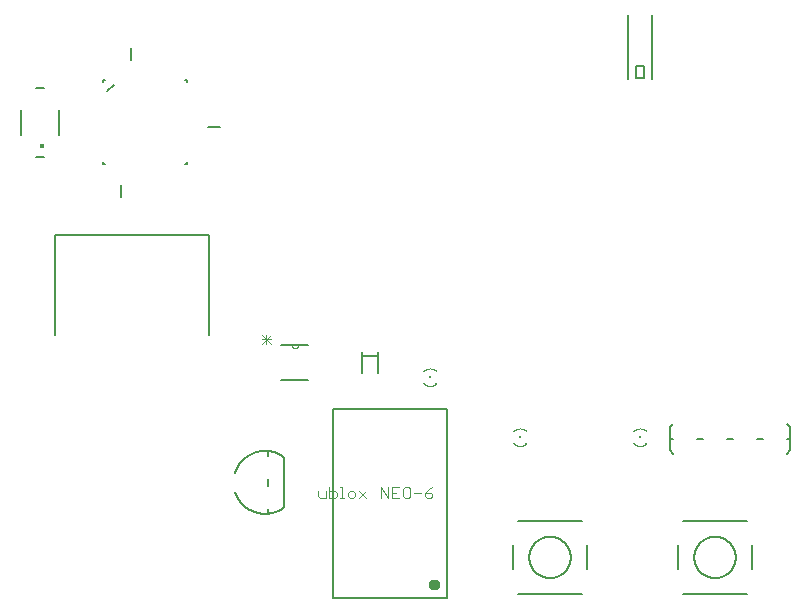
<source format=gto>
G75*
%MOIN*%
%OFA0B0*%
%FSLAX25Y25*%
%IPPOS*%
%LPD*%
%AMOC8*
5,1,8,0,0,1.08239X$1,22.5*
%
%ADD10C,0.00800*%
%ADD11C,0.00600*%
%ADD12C,0.00000*%
%ADD13C,0.00300*%
%ADD14C,0.00500*%
%ADD15C,0.00400*%
%ADD16R,0.00787X0.00787*%
%ADD17R,0.00591X0.00984*%
%ADD18C,0.01433*%
%ADD19C,0.01575*%
D10*
X0140337Y0092803D02*
X0140337Y0098315D01*
X0145455Y0098315D01*
X0145455Y0092803D01*
X0145455Y0098315D02*
X0145455Y0099890D01*
X0140337Y0099890D02*
X0140337Y0098315D01*
X0192069Y0043551D02*
X0213723Y0043551D01*
X0215101Y0035283D02*
X0215101Y0027409D01*
X0213723Y0019142D02*
X0192069Y0019142D01*
X0190691Y0027409D02*
X0190691Y0035283D01*
X0196006Y0031346D02*
X0196008Y0031515D01*
X0196014Y0031684D01*
X0196025Y0031853D01*
X0196039Y0032021D01*
X0196058Y0032189D01*
X0196081Y0032357D01*
X0196107Y0032524D01*
X0196138Y0032690D01*
X0196173Y0032856D01*
X0196212Y0033020D01*
X0196256Y0033184D01*
X0196303Y0033346D01*
X0196354Y0033507D01*
X0196409Y0033667D01*
X0196468Y0033826D01*
X0196530Y0033983D01*
X0196597Y0034138D01*
X0196668Y0034292D01*
X0196742Y0034444D01*
X0196820Y0034594D01*
X0196901Y0034742D01*
X0196986Y0034888D01*
X0197075Y0035032D01*
X0197167Y0035174D01*
X0197263Y0035313D01*
X0197362Y0035450D01*
X0197464Y0035585D01*
X0197570Y0035717D01*
X0197679Y0035846D01*
X0197791Y0035973D01*
X0197906Y0036097D01*
X0198024Y0036218D01*
X0198145Y0036336D01*
X0198269Y0036451D01*
X0198396Y0036563D01*
X0198525Y0036672D01*
X0198657Y0036778D01*
X0198792Y0036880D01*
X0198929Y0036979D01*
X0199068Y0037075D01*
X0199210Y0037167D01*
X0199354Y0037256D01*
X0199500Y0037341D01*
X0199648Y0037422D01*
X0199798Y0037500D01*
X0199950Y0037574D01*
X0200104Y0037645D01*
X0200259Y0037712D01*
X0200416Y0037774D01*
X0200575Y0037833D01*
X0200735Y0037888D01*
X0200896Y0037939D01*
X0201058Y0037986D01*
X0201222Y0038030D01*
X0201386Y0038069D01*
X0201552Y0038104D01*
X0201718Y0038135D01*
X0201885Y0038161D01*
X0202053Y0038184D01*
X0202221Y0038203D01*
X0202389Y0038217D01*
X0202558Y0038228D01*
X0202727Y0038234D01*
X0202896Y0038236D01*
X0203065Y0038234D01*
X0203234Y0038228D01*
X0203403Y0038217D01*
X0203571Y0038203D01*
X0203739Y0038184D01*
X0203907Y0038161D01*
X0204074Y0038135D01*
X0204240Y0038104D01*
X0204406Y0038069D01*
X0204570Y0038030D01*
X0204734Y0037986D01*
X0204896Y0037939D01*
X0205057Y0037888D01*
X0205217Y0037833D01*
X0205376Y0037774D01*
X0205533Y0037712D01*
X0205688Y0037645D01*
X0205842Y0037574D01*
X0205994Y0037500D01*
X0206144Y0037422D01*
X0206292Y0037341D01*
X0206438Y0037256D01*
X0206582Y0037167D01*
X0206724Y0037075D01*
X0206863Y0036979D01*
X0207000Y0036880D01*
X0207135Y0036778D01*
X0207267Y0036672D01*
X0207396Y0036563D01*
X0207523Y0036451D01*
X0207647Y0036336D01*
X0207768Y0036218D01*
X0207886Y0036097D01*
X0208001Y0035973D01*
X0208113Y0035846D01*
X0208222Y0035717D01*
X0208328Y0035585D01*
X0208430Y0035450D01*
X0208529Y0035313D01*
X0208625Y0035174D01*
X0208717Y0035032D01*
X0208806Y0034888D01*
X0208891Y0034742D01*
X0208972Y0034594D01*
X0209050Y0034444D01*
X0209124Y0034292D01*
X0209195Y0034138D01*
X0209262Y0033983D01*
X0209324Y0033826D01*
X0209383Y0033667D01*
X0209438Y0033507D01*
X0209489Y0033346D01*
X0209536Y0033184D01*
X0209580Y0033020D01*
X0209619Y0032856D01*
X0209654Y0032690D01*
X0209685Y0032524D01*
X0209711Y0032357D01*
X0209734Y0032189D01*
X0209753Y0032021D01*
X0209767Y0031853D01*
X0209778Y0031684D01*
X0209784Y0031515D01*
X0209786Y0031346D01*
X0209784Y0031177D01*
X0209778Y0031008D01*
X0209767Y0030839D01*
X0209753Y0030671D01*
X0209734Y0030503D01*
X0209711Y0030335D01*
X0209685Y0030168D01*
X0209654Y0030002D01*
X0209619Y0029836D01*
X0209580Y0029672D01*
X0209536Y0029508D01*
X0209489Y0029346D01*
X0209438Y0029185D01*
X0209383Y0029025D01*
X0209324Y0028866D01*
X0209262Y0028709D01*
X0209195Y0028554D01*
X0209124Y0028400D01*
X0209050Y0028248D01*
X0208972Y0028098D01*
X0208891Y0027950D01*
X0208806Y0027804D01*
X0208717Y0027660D01*
X0208625Y0027518D01*
X0208529Y0027379D01*
X0208430Y0027242D01*
X0208328Y0027107D01*
X0208222Y0026975D01*
X0208113Y0026846D01*
X0208001Y0026719D01*
X0207886Y0026595D01*
X0207768Y0026474D01*
X0207647Y0026356D01*
X0207523Y0026241D01*
X0207396Y0026129D01*
X0207267Y0026020D01*
X0207135Y0025914D01*
X0207000Y0025812D01*
X0206863Y0025713D01*
X0206724Y0025617D01*
X0206582Y0025525D01*
X0206438Y0025436D01*
X0206292Y0025351D01*
X0206144Y0025270D01*
X0205994Y0025192D01*
X0205842Y0025118D01*
X0205688Y0025047D01*
X0205533Y0024980D01*
X0205376Y0024918D01*
X0205217Y0024859D01*
X0205057Y0024804D01*
X0204896Y0024753D01*
X0204734Y0024706D01*
X0204570Y0024662D01*
X0204406Y0024623D01*
X0204240Y0024588D01*
X0204074Y0024557D01*
X0203907Y0024531D01*
X0203739Y0024508D01*
X0203571Y0024489D01*
X0203403Y0024475D01*
X0203234Y0024464D01*
X0203065Y0024458D01*
X0202896Y0024456D01*
X0202727Y0024458D01*
X0202558Y0024464D01*
X0202389Y0024475D01*
X0202221Y0024489D01*
X0202053Y0024508D01*
X0201885Y0024531D01*
X0201718Y0024557D01*
X0201552Y0024588D01*
X0201386Y0024623D01*
X0201222Y0024662D01*
X0201058Y0024706D01*
X0200896Y0024753D01*
X0200735Y0024804D01*
X0200575Y0024859D01*
X0200416Y0024918D01*
X0200259Y0024980D01*
X0200104Y0025047D01*
X0199950Y0025118D01*
X0199798Y0025192D01*
X0199648Y0025270D01*
X0199500Y0025351D01*
X0199354Y0025436D01*
X0199210Y0025525D01*
X0199068Y0025617D01*
X0198929Y0025713D01*
X0198792Y0025812D01*
X0198657Y0025914D01*
X0198525Y0026020D01*
X0198396Y0026129D01*
X0198269Y0026241D01*
X0198145Y0026356D01*
X0198024Y0026474D01*
X0197906Y0026595D01*
X0197791Y0026719D01*
X0197679Y0026846D01*
X0197570Y0026975D01*
X0197464Y0027107D01*
X0197362Y0027242D01*
X0197263Y0027379D01*
X0197167Y0027518D01*
X0197075Y0027660D01*
X0196986Y0027804D01*
X0196901Y0027950D01*
X0196820Y0028098D01*
X0196742Y0028248D01*
X0196668Y0028400D01*
X0196597Y0028554D01*
X0196530Y0028709D01*
X0196468Y0028866D01*
X0196409Y0029025D01*
X0196354Y0029185D01*
X0196303Y0029346D01*
X0196256Y0029508D01*
X0196212Y0029672D01*
X0196173Y0029836D01*
X0196138Y0030002D01*
X0196107Y0030168D01*
X0196081Y0030335D01*
X0196058Y0030503D01*
X0196039Y0030671D01*
X0196025Y0030839D01*
X0196014Y0031008D01*
X0196008Y0031177D01*
X0196006Y0031346D01*
X0242896Y0066946D02*
X0243996Y0065846D01*
X0242896Y0066946D02*
X0242896Y0070846D01*
X0242896Y0074746D01*
X0243996Y0075846D01*
X0243896Y0070846D02*
X0242896Y0070846D01*
X0251896Y0070846D02*
X0253896Y0070846D01*
X0261896Y0070846D02*
X0263896Y0070846D01*
X0271896Y0070846D02*
X0273896Y0070846D01*
X0281896Y0070846D02*
X0282896Y0070846D01*
X0282896Y0074746D01*
X0281796Y0075846D01*
X0282896Y0070846D02*
X0282896Y0066946D01*
X0281796Y0065846D01*
X0268723Y0043551D02*
X0247069Y0043551D01*
X0245691Y0035283D02*
X0245691Y0027409D01*
X0247069Y0019142D02*
X0268723Y0019142D01*
X0270101Y0027409D02*
X0270101Y0035283D01*
X0251006Y0031346D02*
X0251008Y0031515D01*
X0251014Y0031684D01*
X0251025Y0031853D01*
X0251039Y0032021D01*
X0251058Y0032189D01*
X0251081Y0032357D01*
X0251107Y0032524D01*
X0251138Y0032690D01*
X0251173Y0032856D01*
X0251212Y0033020D01*
X0251256Y0033184D01*
X0251303Y0033346D01*
X0251354Y0033507D01*
X0251409Y0033667D01*
X0251468Y0033826D01*
X0251530Y0033983D01*
X0251597Y0034138D01*
X0251668Y0034292D01*
X0251742Y0034444D01*
X0251820Y0034594D01*
X0251901Y0034742D01*
X0251986Y0034888D01*
X0252075Y0035032D01*
X0252167Y0035174D01*
X0252263Y0035313D01*
X0252362Y0035450D01*
X0252464Y0035585D01*
X0252570Y0035717D01*
X0252679Y0035846D01*
X0252791Y0035973D01*
X0252906Y0036097D01*
X0253024Y0036218D01*
X0253145Y0036336D01*
X0253269Y0036451D01*
X0253396Y0036563D01*
X0253525Y0036672D01*
X0253657Y0036778D01*
X0253792Y0036880D01*
X0253929Y0036979D01*
X0254068Y0037075D01*
X0254210Y0037167D01*
X0254354Y0037256D01*
X0254500Y0037341D01*
X0254648Y0037422D01*
X0254798Y0037500D01*
X0254950Y0037574D01*
X0255104Y0037645D01*
X0255259Y0037712D01*
X0255416Y0037774D01*
X0255575Y0037833D01*
X0255735Y0037888D01*
X0255896Y0037939D01*
X0256058Y0037986D01*
X0256222Y0038030D01*
X0256386Y0038069D01*
X0256552Y0038104D01*
X0256718Y0038135D01*
X0256885Y0038161D01*
X0257053Y0038184D01*
X0257221Y0038203D01*
X0257389Y0038217D01*
X0257558Y0038228D01*
X0257727Y0038234D01*
X0257896Y0038236D01*
X0258065Y0038234D01*
X0258234Y0038228D01*
X0258403Y0038217D01*
X0258571Y0038203D01*
X0258739Y0038184D01*
X0258907Y0038161D01*
X0259074Y0038135D01*
X0259240Y0038104D01*
X0259406Y0038069D01*
X0259570Y0038030D01*
X0259734Y0037986D01*
X0259896Y0037939D01*
X0260057Y0037888D01*
X0260217Y0037833D01*
X0260376Y0037774D01*
X0260533Y0037712D01*
X0260688Y0037645D01*
X0260842Y0037574D01*
X0260994Y0037500D01*
X0261144Y0037422D01*
X0261292Y0037341D01*
X0261438Y0037256D01*
X0261582Y0037167D01*
X0261724Y0037075D01*
X0261863Y0036979D01*
X0262000Y0036880D01*
X0262135Y0036778D01*
X0262267Y0036672D01*
X0262396Y0036563D01*
X0262523Y0036451D01*
X0262647Y0036336D01*
X0262768Y0036218D01*
X0262886Y0036097D01*
X0263001Y0035973D01*
X0263113Y0035846D01*
X0263222Y0035717D01*
X0263328Y0035585D01*
X0263430Y0035450D01*
X0263529Y0035313D01*
X0263625Y0035174D01*
X0263717Y0035032D01*
X0263806Y0034888D01*
X0263891Y0034742D01*
X0263972Y0034594D01*
X0264050Y0034444D01*
X0264124Y0034292D01*
X0264195Y0034138D01*
X0264262Y0033983D01*
X0264324Y0033826D01*
X0264383Y0033667D01*
X0264438Y0033507D01*
X0264489Y0033346D01*
X0264536Y0033184D01*
X0264580Y0033020D01*
X0264619Y0032856D01*
X0264654Y0032690D01*
X0264685Y0032524D01*
X0264711Y0032357D01*
X0264734Y0032189D01*
X0264753Y0032021D01*
X0264767Y0031853D01*
X0264778Y0031684D01*
X0264784Y0031515D01*
X0264786Y0031346D01*
X0264784Y0031177D01*
X0264778Y0031008D01*
X0264767Y0030839D01*
X0264753Y0030671D01*
X0264734Y0030503D01*
X0264711Y0030335D01*
X0264685Y0030168D01*
X0264654Y0030002D01*
X0264619Y0029836D01*
X0264580Y0029672D01*
X0264536Y0029508D01*
X0264489Y0029346D01*
X0264438Y0029185D01*
X0264383Y0029025D01*
X0264324Y0028866D01*
X0264262Y0028709D01*
X0264195Y0028554D01*
X0264124Y0028400D01*
X0264050Y0028248D01*
X0263972Y0028098D01*
X0263891Y0027950D01*
X0263806Y0027804D01*
X0263717Y0027660D01*
X0263625Y0027518D01*
X0263529Y0027379D01*
X0263430Y0027242D01*
X0263328Y0027107D01*
X0263222Y0026975D01*
X0263113Y0026846D01*
X0263001Y0026719D01*
X0262886Y0026595D01*
X0262768Y0026474D01*
X0262647Y0026356D01*
X0262523Y0026241D01*
X0262396Y0026129D01*
X0262267Y0026020D01*
X0262135Y0025914D01*
X0262000Y0025812D01*
X0261863Y0025713D01*
X0261724Y0025617D01*
X0261582Y0025525D01*
X0261438Y0025436D01*
X0261292Y0025351D01*
X0261144Y0025270D01*
X0260994Y0025192D01*
X0260842Y0025118D01*
X0260688Y0025047D01*
X0260533Y0024980D01*
X0260376Y0024918D01*
X0260217Y0024859D01*
X0260057Y0024804D01*
X0259896Y0024753D01*
X0259734Y0024706D01*
X0259570Y0024662D01*
X0259406Y0024623D01*
X0259240Y0024588D01*
X0259074Y0024557D01*
X0258907Y0024531D01*
X0258739Y0024508D01*
X0258571Y0024489D01*
X0258403Y0024475D01*
X0258234Y0024464D01*
X0258065Y0024458D01*
X0257896Y0024456D01*
X0257727Y0024458D01*
X0257558Y0024464D01*
X0257389Y0024475D01*
X0257221Y0024489D01*
X0257053Y0024508D01*
X0256885Y0024531D01*
X0256718Y0024557D01*
X0256552Y0024588D01*
X0256386Y0024623D01*
X0256222Y0024662D01*
X0256058Y0024706D01*
X0255896Y0024753D01*
X0255735Y0024804D01*
X0255575Y0024859D01*
X0255416Y0024918D01*
X0255259Y0024980D01*
X0255104Y0025047D01*
X0254950Y0025118D01*
X0254798Y0025192D01*
X0254648Y0025270D01*
X0254500Y0025351D01*
X0254354Y0025436D01*
X0254210Y0025525D01*
X0254068Y0025617D01*
X0253929Y0025713D01*
X0253792Y0025812D01*
X0253657Y0025914D01*
X0253525Y0026020D01*
X0253396Y0026129D01*
X0253269Y0026241D01*
X0253145Y0026356D01*
X0253024Y0026474D01*
X0252906Y0026595D01*
X0252791Y0026719D01*
X0252679Y0026846D01*
X0252570Y0026975D01*
X0252464Y0027107D01*
X0252362Y0027242D01*
X0252263Y0027379D01*
X0252167Y0027518D01*
X0252075Y0027660D01*
X0251986Y0027804D01*
X0251901Y0027950D01*
X0251820Y0028098D01*
X0251742Y0028248D01*
X0251668Y0028400D01*
X0251597Y0028554D01*
X0251530Y0028709D01*
X0251468Y0028866D01*
X0251409Y0029025D01*
X0251354Y0029185D01*
X0251303Y0029346D01*
X0251256Y0029508D01*
X0251212Y0029672D01*
X0251173Y0029836D01*
X0251138Y0030002D01*
X0251107Y0030168D01*
X0251081Y0030335D01*
X0251058Y0030503D01*
X0251039Y0030671D01*
X0251025Y0030839D01*
X0251014Y0031008D01*
X0251008Y0031177D01*
X0251006Y0031346D01*
X0039392Y0172213D02*
X0039392Y0180480D01*
X0034077Y0187764D02*
X0031715Y0187764D01*
X0026400Y0180480D02*
X0026400Y0172213D01*
X0031715Y0164929D02*
X0034077Y0164929D01*
D11*
X0053896Y0163046D02*
X0053896Y0162346D01*
X0054596Y0162346D01*
X0059896Y0155446D02*
X0059896Y0151446D01*
X0081196Y0162346D02*
X0081896Y0162346D01*
X0081896Y0163046D01*
X0088896Y0174846D02*
X0092896Y0174846D01*
X0081896Y0189646D02*
X0081896Y0190346D01*
X0081196Y0190346D01*
X0063196Y0197246D02*
X0063196Y0201246D01*
X0054596Y0190346D02*
X0053896Y0190346D01*
X0053896Y0189646D01*
X0055396Y0186746D02*
X0057496Y0188846D01*
X0113396Y0102246D02*
X0116696Y0102246D01*
X0119096Y0102246D01*
X0122396Y0102246D01*
X0122396Y0090446D02*
X0113396Y0090446D01*
D12*
X0116696Y0102246D02*
X0116698Y0102177D01*
X0116704Y0102109D01*
X0116714Y0102041D01*
X0116727Y0101974D01*
X0116745Y0101908D01*
X0116766Y0101843D01*
X0116791Y0101779D01*
X0116819Y0101717D01*
X0116851Y0101656D01*
X0116886Y0101597D01*
X0116925Y0101541D01*
X0116967Y0101486D01*
X0117012Y0101435D01*
X0117060Y0101385D01*
X0117110Y0101339D01*
X0117163Y0101296D01*
X0117219Y0101255D01*
X0117276Y0101218D01*
X0117336Y0101185D01*
X0117398Y0101154D01*
X0117461Y0101128D01*
X0117525Y0101105D01*
X0117591Y0101085D01*
X0117658Y0101070D01*
X0117725Y0101058D01*
X0117793Y0101050D01*
X0117862Y0101046D01*
X0117930Y0101046D01*
X0117999Y0101050D01*
X0118067Y0101058D01*
X0118134Y0101070D01*
X0118201Y0101085D01*
X0118267Y0101105D01*
X0118331Y0101128D01*
X0118394Y0101154D01*
X0118456Y0101185D01*
X0118516Y0101218D01*
X0118573Y0101255D01*
X0118629Y0101296D01*
X0118682Y0101339D01*
X0118732Y0101385D01*
X0118780Y0101435D01*
X0118825Y0101486D01*
X0118867Y0101541D01*
X0118906Y0101597D01*
X0118941Y0101656D01*
X0118973Y0101717D01*
X0119001Y0101779D01*
X0119026Y0101843D01*
X0119047Y0101908D01*
X0119065Y0101974D01*
X0119078Y0102041D01*
X0119088Y0102109D01*
X0119094Y0102177D01*
X0119096Y0102246D01*
D13*
X0109882Y0102380D02*
X0106746Y0105516D01*
X0106746Y0103948D02*
X0109882Y0103948D01*
X0109882Y0105516D02*
X0106746Y0102380D01*
X0108314Y0102380D02*
X0108314Y0105516D01*
X0125649Y0053509D02*
X0125649Y0051657D01*
X0126266Y0051040D01*
X0128118Y0051040D01*
X0128118Y0053509D01*
X0129332Y0053509D02*
X0131184Y0053509D01*
X0131801Y0052891D01*
X0131801Y0051657D01*
X0131184Y0051040D01*
X0129332Y0051040D01*
X0129332Y0054743D01*
X0133015Y0054743D02*
X0133632Y0054743D01*
X0133632Y0051040D01*
X0133015Y0051040D02*
X0134250Y0051040D01*
X0135471Y0051657D02*
X0136088Y0051040D01*
X0137322Y0051040D01*
X0137939Y0051657D01*
X0137939Y0052891D01*
X0137322Y0053509D01*
X0136088Y0053509D01*
X0135471Y0052891D01*
X0135471Y0051657D01*
X0139154Y0051040D02*
X0141623Y0053509D01*
X0139154Y0053509D02*
X0141623Y0051040D01*
X0146520Y0051040D02*
X0146520Y0054743D01*
X0148989Y0051040D01*
X0148989Y0054743D01*
X0150203Y0054743D02*
X0150203Y0051040D01*
X0152672Y0051040D01*
X0153886Y0051657D02*
X0154504Y0051040D01*
X0155738Y0051040D01*
X0156355Y0051657D01*
X0156355Y0054126D01*
X0155738Y0054743D01*
X0154504Y0054743D01*
X0153886Y0054126D01*
X0153886Y0051657D01*
X0151438Y0052891D02*
X0150203Y0052891D01*
X0150203Y0054743D02*
X0152672Y0054743D01*
X0157570Y0052891D02*
X0160038Y0052891D01*
X0161253Y0052891D02*
X0163104Y0052891D01*
X0163721Y0052274D01*
X0163721Y0051657D01*
X0163104Y0051040D01*
X0161870Y0051040D01*
X0161253Y0051657D01*
X0161253Y0052891D01*
X0162487Y0054126D01*
X0163721Y0054743D01*
D14*
X0108896Y0045894D02*
X0108641Y0045872D01*
X0108385Y0045857D01*
X0108129Y0045849D01*
X0107872Y0045846D01*
X0107616Y0045850D01*
X0107360Y0045860D01*
X0107104Y0045876D01*
X0106849Y0045898D01*
X0106594Y0045927D01*
X0106340Y0045962D01*
X0106087Y0046003D01*
X0105835Y0046050D01*
X0105585Y0046104D01*
X0105336Y0046163D01*
X0105088Y0046229D01*
X0104842Y0046300D01*
X0104597Y0046378D01*
X0104355Y0046461D01*
X0104115Y0046550D01*
X0103877Y0046646D01*
X0103641Y0046747D01*
X0103408Y0046853D01*
X0103178Y0046966D01*
X0102950Y0047084D01*
X0102726Y0047207D01*
X0102504Y0047336D01*
X0102286Y0047470D01*
X0102071Y0047610D01*
X0101860Y0047755D01*
X0101652Y0047905D01*
X0101448Y0048059D01*
X0101247Y0048219D01*
X0101051Y0048384D01*
X0100859Y0048553D01*
X0100670Y0048728D01*
X0100487Y0048906D01*
X0100307Y0049089D01*
X0100132Y0049277D01*
X0099962Y0049468D01*
X0099797Y0049664D01*
X0099636Y0049864D01*
X0099480Y0050067D01*
X0099330Y0050274D01*
X0099184Y0050485D01*
X0099043Y0050700D01*
X0098908Y0050917D01*
X0098778Y0051138D01*
X0098654Y0051362D01*
X0098535Y0051589D01*
X0098422Y0051819D01*
X0098314Y0052052D01*
X0098212Y0052287D01*
X0098116Y0052525D01*
X0098026Y0052764D01*
X0097941Y0053006D01*
X0097863Y0053250D01*
X0097863Y0059442D02*
X0097941Y0059684D01*
X0098025Y0059924D01*
X0098114Y0060162D01*
X0098209Y0060398D01*
X0098311Y0060632D01*
X0098417Y0060863D01*
X0098530Y0061091D01*
X0098647Y0061317D01*
X0098770Y0061540D01*
X0098899Y0061759D01*
X0099033Y0061976D01*
X0099172Y0062189D01*
X0099316Y0062399D01*
X0099465Y0062605D01*
X0099619Y0062807D01*
X0099778Y0063006D01*
X0099942Y0063201D01*
X0100111Y0063392D01*
X0100284Y0063578D01*
X0100461Y0063761D01*
X0100643Y0063939D01*
X0100829Y0064112D01*
X0101020Y0064281D01*
X0101214Y0064445D01*
X0101412Y0064605D01*
X0101614Y0064760D01*
X0101820Y0064909D01*
X0102029Y0065054D01*
X0102242Y0065194D01*
X0102458Y0065328D01*
X0102678Y0065457D01*
X0102900Y0065581D01*
X0103125Y0065700D01*
X0103353Y0065812D01*
X0103584Y0065920D01*
X0103817Y0066021D01*
X0104053Y0066117D01*
X0104291Y0066208D01*
X0104531Y0066292D01*
X0104773Y0066371D01*
X0105017Y0066444D01*
X0105263Y0066510D01*
X0105510Y0066571D01*
X0105758Y0066626D01*
X0106008Y0066675D01*
X0106259Y0066718D01*
X0106511Y0066754D01*
X0106763Y0066785D01*
X0107017Y0066809D01*
X0107270Y0066827D01*
X0107525Y0066839D01*
X0107779Y0066845D01*
X0108034Y0066845D01*
X0108288Y0066839D01*
X0108542Y0066826D01*
X0108796Y0066807D01*
X0109049Y0066782D01*
X0109302Y0066751D01*
X0109554Y0066714D01*
X0109804Y0066671D01*
X0110054Y0066622D01*
X0110303Y0066566D01*
X0110550Y0066505D01*
X0110795Y0066438D01*
X0111039Y0066365D01*
X0111281Y0066286D01*
X0111520Y0066201D01*
X0111758Y0066110D01*
X0111994Y0066013D01*
X0112227Y0065911D01*
X0112457Y0065803D01*
X0112685Y0065690D01*
X0112910Y0065571D01*
X0113132Y0065447D01*
X0113351Y0065317D01*
X0113567Y0065183D01*
X0113780Y0065043D01*
X0113989Y0064897D01*
X0114194Y0064747D01*
X0114396Y0064592D01*
X0114396Y0064593D02*
X0114396Y0048100D01*
X0108896Y0047474D02*
X0108896Y0045894D01*
X0108896Y0055219D02*
X0108896Y0057474D01*
X0114396Y0048100D02*
X0114197Y0047947D01*
X0113995Y0047799D01*
X0113790Y0047656D01*
X0113581Y0047518D01*
X0113369Y0047385D01*
X0113154Y0047257D01*
X0112936Y0047135D01*
X0112715Y0047017D01*
X0112491Y0046905D01*
X0112265Y0046798D01*
X0112036Y0046697D01*
X0111805Y0046601D01*
X0111571Y0046510D01*
X0111336Y0046425D01*
X0111098Y0046346D01*
X0110859Y0046273D01*
X0110618Y0046205D01*
X0110376Y0046143D01*
X0110132Y0046087D01*
X0109886Y0046036D01*
X0109640Y0045992D01*
X0109393Y0045953D01*
X0109145Y0045921D01*
X0108896Y0045894D01*
X0108896Y0065219D02*
X0108896Y0066799D01*
X0130455Y0080874D02*
X0130455Y0017882D01*
X0168487Y0017882D01*
X0168487Y0080874D01*
X0130455Y0080874D01*
X0089077Y0105283D02*
X0089077Y0138748D01*
X0037896Y0138748D01*
X0037896Y0105283D01*
X0228959Y0190717D02*
X0228959Y0211976D01*
X0236833Y0211976D02*
X0236833Y0190717D01*
X0234077Y0191110D02*
X0234077Y0195047D01*
X0231715Y0195047D01*
X0231715Y0191110D01*
X0234077Y0191110D01*
D15*
X0165061Y0093314D02*
X0164988Y0093391D01*
X0164913Y0093466D01*
X0164835Y0093537D01*
X0164754Y0093606D01*
X0164671Y0093672D01*
X0164586Y0093735D01*
X0164498Y0093794D01*
X0164409Y0093851D01*
X0164317Y0093904D01*
X0164223Y0093954D01*
X0164128Y0094000D01*
X0164031Y0094043D01*
X0163933Y0094082D01*
X0163833Y0094118D01*
X0163732Y0094150D01*
X0163630Y0094178D01*
X0163527Y0094203D01*
X0163423Y0094224D01*
X0163318Y0094241D01*
X0163213Y0094255D01*
X0163108Y0094264D01*
X0163002Y0094270D01*
X0162896Y0094272D01*
X0162790Y0094270D01*
X0162684Y0094264D01*
X0162579Y0094255D01*
X0162474Y0094241D01*
X0162369Y0094224D01*
X0162265Y0094203D01*
X0162162Y0094178D01*
X0162060Y0094150D01*
X0161959Y0094118D01*
X0161859Y0094082D01*
X0161761Y0094043D01*
X0161664Y0094000D01*
X0161569Y0093954D01*
X0161475Y0093904D01*
X0161383Y0093851D01*
X0161294Y0093794D01*
X0161206Y0093735D01*
X0161121Y0093672D01*
X0161038Y0093606D01*
X0160957Y0093537D01*
X0160879Y0093466D01*
X0160804Y0093391D01*
X0160731Y0093314D01*
X0160731Y0089378D02*
X0160804Y0089301D01*
X0160879Y0089226D01*
X0160957Y0089155D01*
X0161038Y0089086D01*
X0161121Y0089020D01*
X0161206Y0088957D01*
X0161294Y0088898D01*
X0161383Y0088841D01*
X0161475Y0088788D01*
X0161569Y0088738D01*
X0161664Y0088692D01*
X0161761Y0088649D01*
X0161859Y0088610D01*
X0161959Y0088574D01*
X0162060Y0088542D01*
X0162162Y0088514D01*
X0162265Y0088489D01*
X0162369Y0088468D01*
X0162474Y0088451D01*
X0162579Y0088437D01*
X0162684Y0088428D01*
X0162790Y0088422D01*
X0162896Y0088420D01*
X0163002Y0088422D01*
X0163108Y0088428D01*
X0163213Y0088437D01*
X0163318Y0088451D01*
X0163423Y0088468D01*
X0163527Y0088489D01*
X0163630Y0088514D01*
X0163732Y0088542D01*
X0163833Y0088574D01*
X0163933Y0088610D01*
X0164031Y0088649D01*
X0164128Y0088692D01*
X0164223Y0088738D01*
X0164317Y0088788D01*
X0164409Y0088841D01*
X0164498Y0088898D01*
X0164586Y0088957D01*
X0164671Y0089020D01*
X0164754Y0089086D01*
X0164835Y0089155D01*
X0164913Y0089226D01*
X0164988Y0089301D01*
X0165061Y0089378D01*
X0190731Y0073314D02*
X0190804Y0073391D01*
X0190879Y0073466D01*
X0190957Y0073537D01*
X0191038Y0073606D01*
X0191121Y0073672D01*
X0191206Y0073735D01*
X0191294Y0073794D01*
X0191383Y0073851D01*
X0191475Y0073904D01*
X0191569Y0073954D01*
X0191664Y0074000D01*
X0191761Y0074043D01*
X0191859Y0074082D01*
X0191959Y0074118D01*
X0192060Y0074150D01*
X0192162Y0074178D01*
X0192265Y0074203D01*
X0192369Y0074224D01*
X0192474Y0074241D01*
X0192579Y0074255D01*
X0192684Y0074264D01*
X0192790Y0074270D01*
X0192896Y0074272D01*
X0193002Y0074270D01*
X0193108Y0074264D01*
X0193213Y0074255D01*
X0193318Y0074241D01*
X0193423Y0074224D01*
X0193527Y0074203D01*
X0193630Y0074178D01*
X0193732Y0074150D01*
X0193833Y0074118D01*
X0193933Y0074082D01*
X0194031Y0074043D01*
X0194128Y0074000D01*
X0194223Y0073954D01*
X0194317Y0073904D01*
X0194409Y0073851D01*
X0194498Y0073794D01*
X0194586Y0073735D01*
X0194671Y0073672D01*
X0194754Y0073606D01*
X0194835Y0073537D01*
X0194913Y0073466D01*
X0194988Y0073391D01*
X0195061Y0073314D01*
X0195061Y0069378D02*
X0194988Y0069301D01*
X0194913Y0069226D01*
X0194835Y0069155D01*
X0194754Y0069086D01*
X0194671Y0069020D01*
X0194586Y0068957D01*
X0194498Y0068898D01*
X0194409Y0068841D01*
X0194317Y0068788D01*
X0194223Y0068738D01*
X0194128Y0068692D01*
X0194031Y0068649D01*
X0193933Y0068610D01*
X0193833Y0068574D01*
X0193732Y0068542D01*
X0193630Y0068514D01*
X0193527Y0068489D01*
X0193423Y0068468D01*
X0193318Y0068451D01*
X0193213Y0068437D01*
X0193108Y0068428D01*
X0193002Y0068422D01*
X0192896Y0068420D01*
X0192790Y0068422D01*
X0192684Y0068428D01*
X0192579Y0068437D01*
X0192474Y0068451D01*
X0192369Y0068468D01*
X0192265Y0068489D01*
X0192162Y0068514D01*
X0192060Y0068542D01*
X0191959Y0068574D01*
X0191859Y0068610D01*
X0191761Y0068649D01*
X0191664Y0068692D01*
X0191569Y0068738D01*
X0191475Y0068788D01*
X0191383Y0068841D01*
X0191294Y0068898D01*
X0191206Y0068957D01*
X0191121Y0069020D01*
X0191038Y0069086D01*
X0190957Y0069155D01*
X0190879Y0069226D01*
X0190804Y0069301D01*
X0190731Y0069378D01*
X0230731Y0073314D02*
X0230804Y0073391D01*
X0230879Y0073466D01*
X0230957Y0073537D01*
X0231038Y0073606D01*
X0231121Y0073672D01*
X0231206Y0073735D01*
X0231294Y0073794D01*
X0231383Y0073851D01*
X0231475Y0073904D01*
X0231569Y0073954D01*
X0231664Y0074000D01*
X0231761Y0074043D01*
X0231859Y0074082D01*
X0231959Y0074118D01*
X0232060Y0074150D01*
X0232162Y0074178D01*
X0232265Y0074203D01*
X0232369Y0074224D01*
X0232474Y0074241D01*
X0232579Y0074255D01*
X0232684Y0074264D01*
X0232790Y0074270D01*
X0232896Y0074272D01*
X0233002Y0074270D01*
X0233108Y0074264D01*
X0233213Y0074255D01*
X0233318Y0074241D01*
X0233423Y0074224D01*
X0233527Y0074203D01*
X0233630Y0074178D01*
X0233732Y0074150D01*
X0233833Y0074118D01*
X0233933Y0074082D01*
X0234031Y0074043D01*
X0234128Y0074000D01*
X0234223Y0073954D01*
X0234317Y0073904D01*
X0234409Y0073851D01*
X0234498Y0073794D01*
X0234586Y0073735D01*
X0234671Y0073672D01*
X0234754Y0073606D01*
X0234835Y0073537D01*
X0234913Y0073466D01*
X0234988Y0073391D01*
X0235061Y0073314D01*
X0235061Y0069378D02*
X0234988Y0069301D01*
X0234913Y0069226D01*
X0234835Y0069155D01*
X0234754Y0069086D01*
X0234671Y0069020D01*
X0234586Y0068957D01*
X0234498Y0068898D01*
X0234409Y0068841D01*
X0234317Y0068788D01*
X0234223Y0068738D01*
X0234128Y0068692D01*
X0234031Y0068649D01*
X0233933Y0068610D01*
X0233833Y0068574D01*
X0233732Y0068542D01*
X0233630Y0068514D01*
X0233527Y0068489D01*
X0233423Y0068468D01*
X0233318Y0068451D01*
X0233213Y0068437D01*
X0233108Y0068428D01*
X0233002Y0068422D01*
X0232896Y0068420D01*
X0232790Y0068422D01*
X0232684Y0068428D01*
X0232579Y0068437D01*
X0232474Y0068451D01*
X0232369Y0068468D01*
X0232265Y0068489D01*
X0232162Y0068514D01*
X0232060Y0068542D01*
X0231959Y0068574D01*
X0231859Y0068610D01*
X0231761Y0068649D01*
X0231664Y0068692D01*
X0231569Y0068738D01*
X0231475Y0068788D01*
X0231383Y0068841D01*
X0231294Y0068898D01*
X0231206Y0068957D01*
X0231121Y0069020D01*
X0231038Y0069086D01*
X0230957Y0069155D01*
X0230879Y0069226D01*
X0230804Y0069301D01*
X0230731Y0069378D01*
D16*
X0232896Y0071346D03*
X0192896Y0071346D03*
X0162896Y0091346D03*
D17*
X0164963Y0089083D03*
X0194963Y0069083D03*
X0234963Y0069083D03*
D18*
X0033683Y0168276D03*
D19*
X0163211Y0022252D02*
X0163213Y0022314D01*
X0163219Y0022377D01*
X0163229Y0022438D01*
X0163243Y0022499D01*
X0163260Y0022559D01*
X0163281Y0022618D01*
X0163307Y0022675D01*
X0163335Y0022730D01*
X0163367Y0022784D01*
X0163403Y0022835D01*
X0163441Y0022885D01*
X0163483Y0022931D01*
X0163527Y0022975D01*
X0163575Y0023016D01*
X0163624Y0023054D01*
X0163676Y0023088D01*
X0163730Y0023119D01*
X0163786Y0023147D01*
X0163844Y0023171D01*
X0163903Y0023192D01*
X0163963Y0023208D01*
X0164024Y0023221D01*
X0164086Y0023230D01*
X0164148Y0023235D01*
X0164211Y0023236D01*
X0164273Y0023233D01*
X0164335Y0023226D01*
X0164397Y0023215D01*
X0164457Y0023200D01*
X0164517Y0023182D01*
X0164575Y0023160D01*
X0164632Y0023134D01*
X0164687Y0023104D01*
X0164740Y0023071D01*
X0164791Y0023035D01*
X0164839Y0022996D01*
X0164885Y0022953D01*
X0164928Y0022908D01*
X0164968Y0022860D01*
X0165005Y0022810D01*
X0165039Y0022757D01*
X0165070Y0022703D01*
X0165096Y0022647D01*
X0165120Y0022589D01*
X0165139Y0022529D01*
X0165155Y0022469D01*
X0165167Y0022407D01*
X0165175Y0022346D01*
X0165179Y0022283D01*
X0165179Y0022221D01*
X0165175Y0022158D01*
X0165167Y0022097D01*
X0165155Y0022035D01*
X0165139Y0021975D01*
X0165120Y0021915D01*
X0165096Y0021857D01*
X0165070Y0021801D01*
X0165039Y0021747D01*
X0165005Y0021694D01*
X0164968Y0021644D01*
X0164928Y0021596D01*
X0164885Y0021551D01*
X0164839Y0021508D01*
X0164791Y0021469D01*
X0164740Y0021433D01*
X0164687Y0021400D01*
X0164632Y0021370D01*
X0164575Y0021344D01*
X0164517Y0021322D01*
X0164457Y0021304D01*
X0164397Y0021289D01*
X0164335Y0021278D01*
X0164273Y0021271D01*
X0164211Y0021268D01*
X0164148Y0021269D01*
X0164086Y0021274D01*
X0164024Y0021283D01*
X0163963Y0021296D01*
X0163903Y0021312D01*
X0163844Y0021333D01*
X0163786Y0021357D01*
X0163730Y0021385D01*
X0163676Y0021416D01*
X0163624Y0021450D01*
X0163575Y0021488D01*
X0163527Y0021529D01*
X0163483Y0021573D01*
X0163441Y0021619D01*
X0163403Y0021669D01*
X0163367Y0021720D01*
X0163335Y0021774D01*
X0163307Y0021829D01*
X0163281Y0021886D01*
X0163260Y0021945D01*
X0163243Y0022005D01*
X0163229Y0022066D01*
X0163219Y0022127D01*
X0163213Y0022190D01*
X0163211Y0022252D01*
M02*

</source>
